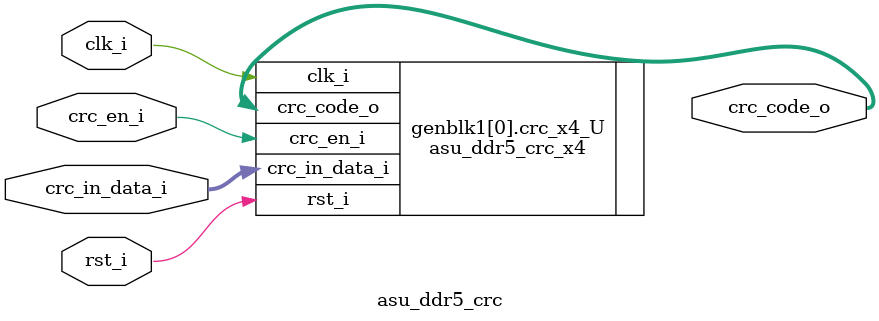
<source format=sv>
/**********************************************************************************
** Company: Si-Vision & FOE ASU
** Author: AHMED MOSTAFA KAMAL , ADHAM HAZEM ALGENDI AND AHMED MOHAMED AMIN
**
** Create Date: 24/3/2022
** Edited on :  21/4/2022
** Module Name: asu_ddr5_crc
** Description: this file contains the CRC RTL, the design implementation
** is based on IEEE standard (Std 802.15.4-2011)
**
**
*********************************************************************************/


module asu_ddr5_crc
    # (parameter pDRAM_SIZE = 4 )  // parameter indicate the device size (X4, X8, X16)
(
         // input signals //
			input wire 					clk_i ,         // clock signal
  			input wire 					rst_i ,         // active low asynchronous reset
  			input wire 					crc_en_i ,      // enable signal from write data block 
  			input wire  [2*pDRAM_SIZE-1: 0]			crc_in_data_i , // input data bus from write data block that required crc code 
  
          // output signals //
  			output reg  [2*pDRAM_SIZE-1: 0]	    crc_code_o       // output crc bits 
  		
); 




                           // duplicating crc block according to the device size /// 
genvar i ;

  generate
    for ( i=0 ; i< 2*pDRAM_SIZE ; i = i + 8 )
	  begin
        asu_ddr5_crc_x4 crc_x4_U (.crc_in_data_i (crc_in_data_i[i+7 : i]), .crc_code_o(crc_code_o[i+7 : i]) , .clk_i(clk_i), .rst_i(rst_i), .crc_en_i(crc_en_i)) ;
	  end
  endgenerate
endmodule  


</source>
